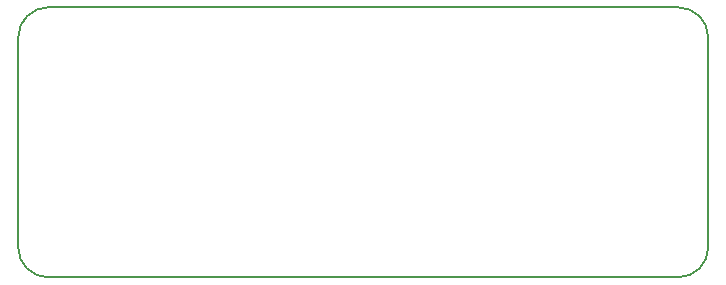
<source format=gbr>
G04 #@! TF.GenerationSoftware,KiCad,Pcbnew,(5.1.4)-1*
G04 #@! TF.CreationDate,2019-10-24T16:58:35-04:00*
G04 #@! TF.ProjectId,TQFP44,54514650-3434-42e6-9b69-6361645f7063,B*
G04 #@! TF.SameCoordinates,Original*
G04 #@! TF.FileFunction,Profile,NP*
%FSLAX46Y46*%
G04 Gerber Fmt 4.6, Leading zero omitted, Abs format (unit mm)*
G04 Created by KiCad (PCBNEW (5.1.4)-1) date 2019-10-24 16:58:35*
%MOMM*%
%LPD*%
G04 APERTURE LIST*
%ADD10C,0.150000*%
G04 APERTURE END LIST*
D10*
X124460000Y-34290000D02*
G75*
G02X127000000Y-36830000I0J-2540000D01*
G01*
X127000000Y-54610000D02*
G75*
G02X124460000Y-57150000I-2540000J0D01*
G01*
X71120000Y-57150000D02*
G75*
G02X68580000Y-54610000I0J2540000D01*
G01*
X68580000Y-36830000D02*
G75*
G02X71120000Y-34290000I2540000J0D01*
G01*
X68580000Y-54610000D02*
X68580000Y-36830000D01*
X124460000Y-57150000D02*
X71120000Y-57150000D01*
X127000000Y-36830000D02*
X127000000Y-54610000D01*
X71120000Y-34290000D02*
X124460000Y-34290000D01*
M02*

</source>
